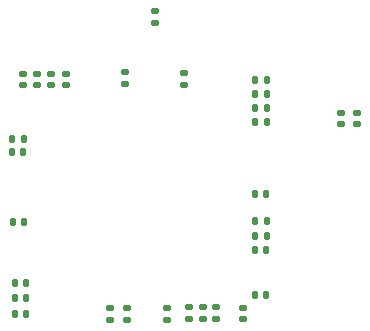
<source format=gbr>
%TF.GenerationSoftware,KiCad,Pcbnew,9.0.4-9.0.4-0~ubuntu24.04.1*%
%TF.CreationDate,2025-09-21T15:36:24+02:00*%
%TF.ProjectId,CarteMere,43617274-654d-4657-9265-2e6b69636164,rev?*%
%TF.SameCoordinates,Original*%
%TF.FileFunction,Paste,Bot*%
%TF.FilePolarity,Positive*%
%FSLAX46Y46*%
G04 Gerber Fmt 4.6, Leading zero omitted, Abs format (unit mm)*
G04 Created by KiCad (PCBNEW 9.0.4-9.0.4-0~ubuntu24.04.1) date 2025-09-21 15:36:24*
%MOMM*%
%LPD*%
G01*
G04 APERTURE LIST*
G04 Aperture macros list*
%AMRoundRect*
0 Rectangle with rounded corners*
0 $1 Rounding radius*
0 $2 $3 $4 $5 $6 $7 $8 $9 X,Y pos of 4 corners*
0 Add a 4 corners polygon primitive as box body*
4,1,4,$2,$3,$4,$5,$6,$7,$8,$9,$2,$3,0*
0 Add four circle primitives for the rounded corners*
1,1,$1+$1,$2,$3*
1,1,$1+$1,$4,$5*
1,1,$1+$1,$6,$7*
1,1,$1+$1,$8,$9*
0 Add four rect primitives between the rounded corners*
20,1,$1+$1,$2,$3,$4,$5,0*
20,1,$1+$1,$4,$5,$6,$7,0*
20,1,$1+$1,$6,$7,$8,$9,0*
20,1,$1+$1,$8,$9,$2,$3,0*%
G04 Aperture macros list end*
%ADD10RoundRect,0.140000X-0.170000X0.140000X-0.170000X-0.140000X0.170000X-0.140000X0.170000X0.140000X0*%
%ADD11RoundRect,0.140000X0.170000X-0.140000X0.170000X0.140000X-0.170000X0.140000X-0.170000X-0.140000X0*%
%ADD12RoundRect,0.140000X-0.140000X-0.170000X0.140000X-0.170000X0.140000X0.170000X-0.140000X0.170000X0*%
%ADD13RoundRect,0.140000X0.140000X0.170000X-0.140000X0.170000X-0.140000X-0.170000X0.140000X-0.170000X0*%
%ADD14RoundRect,0.135000X-0.185000X0.135000X-0.185000X-0.135000X0.185000X-0.135000X0.185000X0.135000X0*%
%ADD15RoundRect,0.135000X0.185000X-0.135000X0.185000X0.135000X-0.185000X0.135000X-0.185000X-0.135000X0*%
%ADD16RoundRect,0.135000X-0.135000X-0.185000X0.135000X-0.185000X0.135000X0.185000X-0.135000X0.185000X0*%
G04 APERTURE END LIST*
D10*
%TO.C,C26*%
X160370000Y-86620000D03*
X160370000Y-87580000D03*
%TD*%
D11*
%TO.C,C14*%
X132070000Y-84250000D03*
X132070000Y-83290000D03*
%TD*%
D12*
%TO.C,C16*%
X131370000Y-102300000D03*
X132330000Y-102300000D03*
%TD*%
%TO.C,C17*%
X131140000Y-89950000D03*
X132100000Y-89950000D03*
%TD*%
D13*
%TO.C,C29*%
X152650000Y-102000000D03*
X151690000Y-102000000D03*
%TD*%
D11*
%TO.C,C22*%
X144220000Y-104130000D03*
X144220000Y-103170000D03*
%TD*%
D13*
%TO.C,C23*%
X152680000Y-87400000D03*
X151720000Y-87400000D03*
%TD*%
D11*
%TO.C,C19*%
X139420000Y-104110000D03*
X139420000Y-103150000D03*
%TD*%
D13*
%TO.C,C31*%
X152680000Y-86200000D03*
X151720000Y-86200000D03*
%TD*%
D11*
%TO.C,C11*%
X150720000Y-104100000D03*
X150720000Y-103140000D03*
%TD*%
D13*
%TO.C,C25*%
X152650000Y-93500000D03*
X151690000Y-93500000D03*
%TD*%
%TO.C,C27*%
X152650000Y-98250000D03*
X151690000Y-98250000D03*
%TD*%
D12*
%TO.C,C20*%
X151720000Y-83800000D03*
X152680000Y-83800000D03*
%TD*%
D13*
%TO.C,C30*%
X152680000Y-85000000D03*
X151720000Y-85000000D03*
%TD*%
D12*
%TO.C,C5*%
X131160000Y-88800000D03*
X132120000Y-88800000D03*
%TD*%
D11*
%TO.C,C28*%
X140870000Y-104110000D03*
X140870000Y-103150000D03*
%TD*%
D12*
%TO.C,C10*%
X131370000Y-101050000D03*
X132330000Y-101050000D03*
%TD*%
%TO.C,C9*%
X131200000Y-95870000D03*
X132160000Y-95870000D03*
%TD*%
D10*
%TO.C,C33*%
X134470000Y-83290000D03*
X134470000Y-84250000D03*
%TD*%
D13*
%TO.C,C8*%
X132330000Y-103650000D03*
X131370000Y-103650000D03*
%TD*%
D10*
%TO.C,C21*%
X145720000Y-83270000D03*
X145720000Y-84230000D03*
%TD*%
%TO.C,C7*%
X140720000Y-83190000D03*
X140720000Y-84150000D03*
%TD*%
D14*
%TO.C,R20*%
X146120000Y-103080000D03*
X146120000Y-104100000D03*
%TD*%
D15*
%TO.C,R23*%
X143210000Y-78980000D03*
X143210000Y-77960000D03*
%TD*%
D10*
%TO.C,C32*%
X135720000Y-83290000D03*
X135720000Y-84250000D03*
%TD*%
%TO.C,C13*%
X133270000Y-83300000D03*
X133270000Y-84260000D03*
%TD*%
D14*
%TO.C,R21*%
X147270000Y-103080000D03*
X147270000Y-104100000D03*
%TD*%
D16*
%TO.C,R5*%
X151670000Y-97000000D03*
X152690000Y-97000000D03*
%TD*%
D14*
%TO.C,R11*%
X148420000Y-103080000D03*
X148420000Y-104100000D03*
%TD*%
D10*
%TO.C,C24*%
X158970000Y-86620000D03*
X158970000Y-87580000D03*
%TD*%
D16*
%TO.C,R3*%
X151670000Y-95750000D03*
X152690000Y-95750000D03*
%TD*%
M02*

</source>
